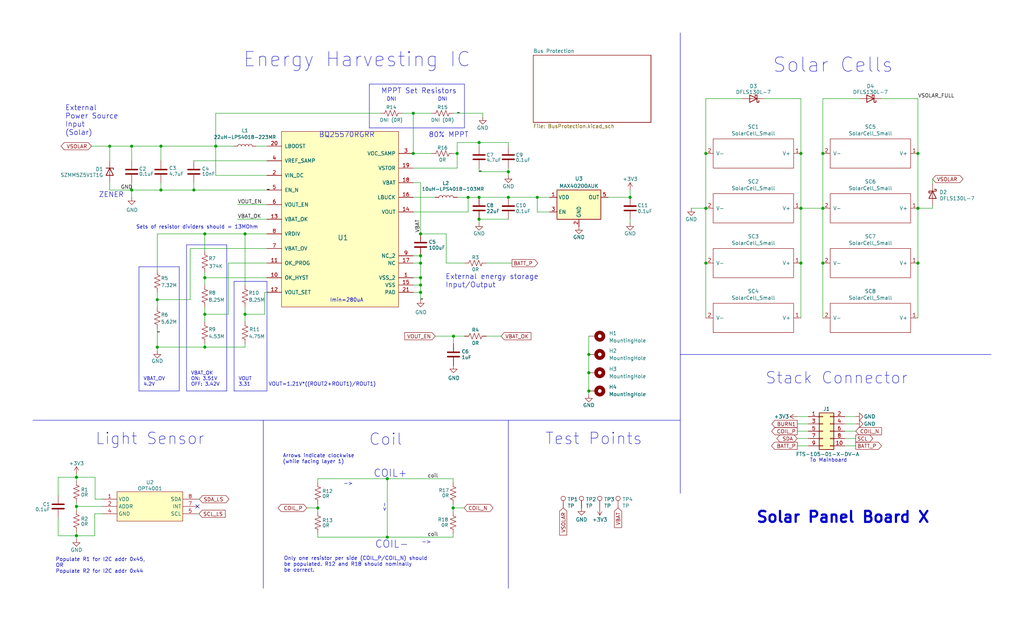
<source format=kicad_sch>
(kicad_sch (version 20230121) (generator eeschema)
  (paper "USLegal")
  (title_block (title "PyCubed Mini") (date "2023-06-18") (rev "B3/03") (company "REx Lab Carnegie Mellon University") (comment 1 "Z.Manchester") (comment 2 "N.Khera") (comment 3 "M.Holliday"))
  (lib_symbols
    (symbol "Analog_Switch:MAX40200AUK"
      (property "Reference" "U" (at -6.35 6.35 0))
      (property "Value" "MAX40200AUK" (at 7.62 6.35 0))
      (symbol "MAX40200AUK_1_1"
        (rectangle (start -7.62 -5.08) (end 7.62 5.08) (stroke (width 0.254)) (fill (type background)))
        (pin power_in line (at -10.16 2.54 0) (length 2.54) (name "VDD") (number "1"))
        (pin power_in line (at 0 -7.62 90) (length 2.54) (name "GND") (number "2"))
        (pin input line (at -10.16 -2.54 0) (length 2.54) (name "EN") (number "3"))
        (pin no_connect line (at 7.62 -2.54 180) (length 2.54) hide (name "NC") (number "4"))
        (pin passive line (at 10.16 2.54 180) (length 2.54) (name "OUT") (number "5"))
      )
    )
    (symbol "Connector:TestPoint" (pin_numbers hide) (pin_names (offset 0.762) hide)
      (property "Reference" "TP" (at 0 6.858 0))
      (property "Value" "TestPoint" (at 0 5.08 0))
      (symbol "TestPoint_0_1"
        (circle (center 0 3.302) (radius 0.762))
      )
      (symbol "TestPoint_1_1"
        (pin passive line (at 0 0 90) (length 2.54) (name "1") (number "1"))
      )
    )
    (symbol "Connector_Generic:Conn_02x05_Odd_Even" (pin_names (offset 1.016) hide)
      (property "Reference" "J" (at 1.27 7.62 0))
      (property "Value" "Conn_02x05_Odd_Even" (at 1.27 -7.62 0))
      (symbol "Conn_02x05_Odd_Even_1_1"
        (rectangle (start -1.27 -4.953) (end 0 -5.207) (stroke (width 0.1524)))
        (rectangle (start -1.27 -2.413) (end 0 -2.667) (stroke (width 0.1524)))
        (rectangle (start -1.27 0.127) (end 0 -0.127) (stroke (width 0.1524)))
        (rectangle (start -1.27 2.667) (end 0 2.413) (stroke (width 0.1524)))
        (rectangle (start -1.27 5.207) (end 0 4.953) (stroke (width 0.1524)))
        (rectangle (start -1.27 6.35) (end 3.81 -6.35) (stroke (width 0.254)) (fill (type background)))
        (rectangle (start 3.81 -4.953) (end 2.54 -5.207) (stroke (width 0.1524)))
        (rectangle (start 3.81 -2.413) (end 2.54 -2.667) (stroke (width 0.1524)))
        (rectangle (start 3.81 0.127) (end 2.54 -0.127) (stroke (width 0.1524)))
        (rectangle (start 3.81 2.667) (end 2.54 2.413) (stroke (width 0.1524)))
        (rectangle (start 3.81 5.207) (end 2.54 4.953) (stroke (width 0.1524)))
        (pin passive line (at -5.08 5.08 0) (length 3.81) (name "Pin_1") (number "1"))
        (pin passive line (at 7.62 -5.08 180) (length 3.81) (name "Pin_10") (number "10"))
        (pin passive line (at 7.62 5.08 180) (length 3.81) (name "Pin_2") (number "2"))
        (pin passive line (at -5.08 2.54 0) (length 3.81) (name "Pin_3") (number "3"))
        (pin passive line (at 7.62 2.54 180) (length 3.81) (name "Pin_4") (number "4"))
        (pin passive line (at -5.08 0 0) (length 3.81) (name "Pin_5") (number "5"))
        (pin passive line (at 7.62 0 180) (length 3.81) (name "Pin_6") (number "6"))
        (pin passive line (at -5.08 -2.54 0) (length 3.81) (name "Pin_7") (number "7"))
        (pin passive line (at 7.62 -2.54 180) (length 3.81) (name "Pin_8") (number "8"))
        (pin passive line (at -5.08 -5.08 0) (length 3.81) (name "Pin_9") (number "9"))
      )
    )
    (symbol "Device:C" (pin_numbers hide) (pin_names (offset 0.254))
      (property "Reference" "C" (at 0.635 2.54 0))
      (property "Value" "C" (at 0.635 -2.54 0))
      (symbol "C_0_1"
        (polyline (pts (xy -2.032 -0.762) (xy 2.032 -0.762)) (stroke (width 0.508)))
        (polyline (pts (xy -2.032 0.762) (xy 2.032 0.762)) (stroke (width 0.508)))
      )
      (symbol "C_1_1"
        (pin passive line (at 0 3.81 270) (length 2.794) (name "~") (number "1"))
        (pin passive line (at 0 -3.81 90) (length 2.794) (name "~") (number "2"))
      )
    )
    (symbol "Device:D_Schottky" (pin_numbers hide) (pin_names (offset 1.016) hide)
      (property "Reference" "D" (at 0 2.54 0))
      (property "Value" "D_Schottky" (at 0 -2.54 0))
      (symbol "D_Schottky_0_1"
        (polyline (pts (xy 1.27 0) (xy -1.27 0)))
        (polyline (pts (xy 1.27 1.27) (xy 1.27 -1.27) (xy -1.27 0) (xy 1.27 1.27)) (stroke (width 0.254)))
        (polyline (pts (xy -1.905 0.635) (xy -1.905 1.27) (xy -1.27 1.27) (xy -1.27 -1.27) (xy -0.635 -1.27) (xy -0.635 -0.635)) (stroke (width 0.254)))
      )
      (symbol "D_Schottky_1_1"
        (pin passive line (at -3.81 0 0) (length 2.54) (name "K") (number "1"))
        (pin passive line (at 3.81 0 180) (length 2.54) (name "A") (number "2"))
      )
    )
    (symbol "Device:L" (pin_numbers hide) (pin_names (offset 1.016) hide)
      (property "Reference" "L" (at -1.27 0 90))
      (property "Value" "L" (at 1.905 0 90))
      (symbol "L_0_1"
        (arc (start 0 -2.54) (mid 0.6323 -1.905) (end 0 -1.27))
        (arc (start 0 -1.27) (mid 0.6323 -0.635) (end 0 0))
        (arc (start 0 0) (mid 0.6323 0.635) (end 0 1.27))
        (arc (start 0 1.27) (mid 0.6323 1.905) (end 0 2.54))
      )
      (symbol "L_1_1"
        (pin passive line (at 0 3.81 270) (length 1.27) (name "1") (number "1"))
        (pin passive line (at 0 -3.81 90) (length 1.27) (name "2") (number "2"))
      )
    )
    (symbol "Device:R_US" (pin_numbers hide) (pin_names (offset 0))
      (property "Reference" "R" (at 2.54 0 90))
      (property "Value" "R_US" (at -2.54 0 90))
      (symbol "R_US_0_1"
        (polyline (pts (xy 0 -2.286) (xy 0 -2.54)))
        (polyline (pts (xy 0 2.286) (xy 0 2.54)))
        (polyline (pts (xy 0 -0.762) (xy 1.016 -1.143) (xy 0 -1.524) (xy -1.016 -1.905) (xy 0 -2.286)))
        (polyline (pts (xy 0 0.762) (xy 1.016 0.381) (xy 0 0) (xy -1.016 -0.381) (xy 0 -0.762)))
        (polyline (pts (xy 0 2.286) (xy 1.016 1.905) (xy 0 1.524) (xy -1.016 1.143) (xy 0 0.762)))
      )
      (symbol "R_US_1_1"
        (pin passive line (at 0 3.81 270) (length 1.27) (name "~") (number "1"))
        (pin passive line (at 0 -3.81 90) (length 1.27) (name "~") (number "2"))
      )
    )
    (symbol "Diode:Z1SMAxxx" (pin_numbers hide) (pin_names hide)
      (property "Reference" "D" (at 0 2.54 0))
      (property "Value" "Z1SMAxxx" (at 0 -2.54 0))
      (symbol "Z1SMAxxx_0_1"
        (polyline (pts (xy 1.27 0) (xy -1.27 0)))
        (polyline (pts (xy -1.27 -1.27) (xy -1.27 1.27) (xy -0.762 1.27)) (stroke (width 0.254)))
        (polyline (pts (xy 1.27 -1.27) (xy 1.27 1.27) (xy -1.27 0) (xy 1.27 -1.27)) (stroke (width 0.254)))
      )
      (symbol "Z1SMAxxx_1_1"
        (pin passive line (at -3.81 0 0) (length 2.54) (name "K") (number "1"))
        (pin passive line (at 3.81 0 180) (length 2.54) (name "A") (number "2"))
      )
    )
    (symbol "Mechanical:MountingHole_Pad" (pin_numbers hide) (pin_names (offset 1.016) hide)
      (property "Reference" "H" (at 0 6.35 0))
      (property "Value" "MountingHole_Pad" (at 0 4.445 0))
      (symbol "MountingHole_Pad_0_1"
        (circle (center 0 1.27) (radius 1.27) (stroke (width 1.27)))
      )
      (symbol "MountingHole_Pad_1_1"
        (pin input line (at 0 -2.54 90) (length 2.54) (name "1") (number "1"))
      )
    )
    (symbol "power:+3V3" (power) (pin_names (offset 0))
      (property "Value" "+3V3" (at 0 3.556 0))
      (symbol "+3V3_0_1"
        (polyline (pts (xy -0.762 1.27) (xy 0 2.54)))
        (polyline (pts (xy 0 0) (xy 0 2.54)))
        (polyline (pts (xy 0 2.54) (xy 0.762 1.27)))
      )
      (symbol "+3V3_1_1"
        (pin power_in line (at 0 0 90) (length 0) hide (name "+3V3") (number "1"))
      )
    )
    (symbol "power:GND" (power) (pin_names (offset 0))
      (property "Value" "GND" (at 0 -3.81 0))
      (symbol "GND_0_1"
        (polyline (pts (xy 0 0) (xy 0 -1.27) (xy 1.27 -1.27) (xy 0 -2.54) (xy -1.27 -1.27) (xy 0 -1.27)))
      )
      (symbol "GND_1_1"
        (pin power_in line (at 0 0 270) (length 0) hide (name "GND") (number "1"))
      )
    )
    (symbol "solarpanels:BQ25570RGRR" (pin_names (offset 1.016))
      (property "Reference" "U" (at 0 3.81 0))
      (property "Value" "BQ25570RGRR" (at 0 0 0))
      (symbol "BQ25570RGRR_0_1"
        (rectangle (start -20.32 30.48) (end 20.32 -30.48) (fill (type background)))
      )
      (symbol "BQ25570RGRR_1_0"
        (pin power_in line (at 25.4 -20.32 180) (length 5.08) (name "VSS_2") (number "1"))
        (pin input line (at -25.4 -20.32 0) (length 5.08) (name "OK_HYST") (number "10"))
        (pin input line (at -25.4 -15.24 0) (length 5.08) (name "OK_PROG") (number "11"))
        (pin input line (at -25.4 -25.4 0) (length 5.08) (name "VOUT_SET") (number "12"))
        (pin output line (at -25.4 0 0) (length 5.08) (name "VBAT_OK") (number "13"))
        (pin power_in line (at 25.4 2.54 180) (length 5.08) (name "VOUT") (number "14"))
        (pin power_in line (at 25.4 -22.86 180) (length 5.08) (name "VSS") (number "15"))
        (pin passive line (at 25.4 7.62 180) (length 5.08) (name "LBUCK") (number "16"))
        (pin passive line (at 25.4 -15.24 180) (length 5.08) (name "NC") (number "17"))
        (pin bidirectional line (at 25.4 12.7 180) (length 5.08) (name "VBAT") (number "18"))
        (pin power_in line (at 25.4 17.78 180) (length 5.08) (name "VSTOR") (number "19"))
        (pin power_in line (at -25.4 15.24 0) (length 5.08) (name "VIN_DC") (number "2"))
        (pin input line (at -25.4 25.4 0) (length 5.08) (name "LBOOST") (number "20"))
        (pin power_in line (at 25.4 -25.4 180) (length 5.08) (name "PAD") (number "21"))
        (pin input line (at 25.4 22.86 180) (length 5.08) (name "VOC_SAMP") (number "3"))
        (pin input line (at -25.4 20.32 0) (length 5.08) (name "VREF_SAMP") (number "4"))
        (pin input line (at -25.4 10.16 0) (length 5.08) (name "EN_N") (number "5"))
        (pin input line (at -25.4 5.08 0) (length 5.08) (name "VOUT_EN") (number "6"))
        (pin input line (at -25.4 -10.16 0) (length 5.08) (name "VBAT_OV") (number "7"))
        (pin output line (at -25.4 -5.08 0) (length 5.08) (name "VRDIV") (number "8"))
        (pin power_in line (at 25.4 -12.7 180) (length 5.08) (name "NC_2") (number "9"))
      )
    )
    (symbol "solarpanels:OPT4001"
      (property "Reference" "U" (at 0 8.255 0))
      (property "Value" "OPT4001" (at 0 6.223 0))
      (symbol "OPT4001_0_0"
        (pin unspecified line (at -16.51 2.54 0) (length 5.08) (name "VDD") (number "1"))
        (pin unspecified line (at -16.51 0 0) (length 5.08) (name "ADDR") (number "2"))
      )
      (symbol "OPT4001_0_1"
        (polyline (pts (xy -11.43 5.08) (xy 11.43 5.08) (xy 11.43 -5.08) (xy -11.43 -5.08) (xy -11.43 5.08)) (stroke (width 0.1524)) (fill (type background)))
      )
      (symbol "OPT4001_1_0"
        (pin no_connect line (at 0 -10.16 90) (length 5.08) hide (name "NC") (number "3"))
        (pin unspecified line (at -16.51 -2.54 0) (length 5.08) (name "GND") (number "4"))
        (pin unspecified line (at 16.51 -2.54 180) (length 5.08) (name "SCL") (number "5"))
        (pin no_connect line (at 0 -10.16 90) (length 5.08) hide (name "NC") (number "6"))
        (pin unspecified line (at 16.51 0 180) (length 5.08) (name "INT") (number "7"))
        (pin unspecified line (at 16.51 2.54 180) (length 5.08) (name "SDA") (number "8"))
      )
    )
    (symbol "solarpanels:SolarCell_Small" (pin_names (offset 1.016))
      (property "Reference" "SC" (at 0 -1.27 0))
      (property "Value" "SolarCell_Small" (at 0 1.27 0))
      (symbol "SolarCell_Small_0_1"
        (rectangle (start -13.97 -5.08) (end 13.97 5.08))
      )
      (symbol "SolarCell_Small_1_1"
        (pin bidirectional line (at -16.51 0 0) (length 2.54) (name "V+") (number "1"))
        (pin bidirectional line (at 16.51 0 180) (length 2.54) (name "V-") (number "2"))
      )
    )
  )
  (junction (at 38.1 50.8))
  (junction (at 166.37 49.53))
  (junction (at 26.543 186.182))
  (junction (at 54.61 104.14))
  (junction (at 143.51 53.34))
  (junction (at 245.11 91.44))
  (junction (at 45.72 66.04))
  (junction (at 146.05 88.9))
  (junction (at 110.363 176.53))
  (junction (at 204.47 123.19))
  (junction (at 26.543 165.862))
  (junction (at 71.12 109.22))
  (junction (at 157.353 176.53))
  (junction (at 74.93 50.8))
  (junction (at 285.75 72.39))
  (junction (at 26.543 176.022))
  (junction (at 85.09 81.28))
  (junction (at 318.77 91.44))
  (junction (at 54.61 120.65))
  (junction (at 85.09 109.22))
  (junction (at 162.56 68.58))
  (junction (at 71.12 96.52))
  (junction (at 176.53 59.69))
  (junction (at 55.88 50.8))
  (junction (at 245.11 53.34))
  (junction (at 285.75 53.34))
  (junction (at 146.05 81.28))
  (junction (at 146.05 96.52))
  (junction (at 186.563 68.58))
  (junction (at 146.05 101.6))
  (junction (at 71.12 120.65))
  (junction (at 143.51 39.37))
  (junction (at 245.11 72.39))
  (junction (at 278.13 72.39))
  (junction (at 285.75 91.44))
  (junction (at 218.821 68.58))
  (junction (at 157.48 116.84))
  (junction (at 134.493 166.37))
  (junction (at 318.77 72.39))
  (junction (at 158.75 53.34))
  (junction (at 146.05 99.06))
  (junction (at 166.37 76.2))
  (junction (at 67.31 66.04))
  (junction (at 55.88 66.04))
  (junction (at 278.13 91.44))
  (junction (at 318.77 53.34))
  (junction (at 278.13 53.34))
  (junction (at 134.493 186.69))
  (junction (at 204.47 129.54))
  (junction (at 204.47 135.89))
  (junction (at 176.53 68.58))
  (junction (at 71.12 81.28))
  (junction (at 45.72 50.8))
  (junction (at 146.05 91.44))
  (junction (at 166.37 68.58))
  (no_connect (at 68.58 176.022))
  (wire (pts (xy 143.51 101.6) (xy 146.05 101.6)))
  (wire (pts (xy 26.543 176.022) (xy 26.543 177.292)))
  (wire (pts (xy 38.1 63.5) (xy 38.1 66.04)))
  (wire (pts (xy 190.881 73.66) (xy 186.563 73.66)))
  (wire (pts (xy 245.11 91.44) (xy 245.11 72.39)))
  (wire (pts (xy 146.05 91.44) (xy 146.05 88.9)))
  (polyline (pts (xy 78.74 85.09) (xy 78.74 135.89)))
  (wire (pts (xy 71.12 106.68) (xy 71.12 109.22)))
  (wire (pts (xy 218.821 76.2) (xy 218.821 77.47)))
  (wire (pts (xy 278.13 34.29) (xy 265.43 34.29)))
  (wire (pts (xy 110.363 175.26) (xy 110.363 176.53)))
  (polyline (pts (xy 81.28 97.79) (xy 92.71 97.79)))
  (wire (pts (xy 204.47 123.19) (xy 204.47 129.54)))
  (wire (pts (xy 85.09 119.38) (xy 85.09 120.65)))
  (wire (pts (xy 146.05 81.28) (xy 146.05 63.5)))
  (polyline (pts (xy 92.71 97.79) (xy 92.71 135.89)))
  (wire (pts (xy 204.47 137.16) (xy 204.47 135.89)))
  (wire (pts (xy 79.248 91.44) (xy 92.71 91.44)))
  (wire (pts (xy 54.61 120.65) (xy 71.12 120.65)))
  (wire (pts (xy 285.75 91.44) (xy 285.75 110.49)))
  (wire (pts (xy 158.75 53.34) (xy 158.75 58.42)))
  (wire (pts (xy 157.48 39.37) (xy 167.64 39.37)))
  (wire (pts (xy 82.55 76.2) (xy 92.71 76.2)))
  (wire (pts (xy 139.7 39.37) (xy 143.51 39.37)))
  (wire (pts (xy 176.53 60.96) (xy 176.53 59.69)))
  (wire (pts (xy 143.51 99.06) (xy 146.05 99.06)))
  (wire (pts (xy 245.11 34.29) (xy 245.11 53.34)))
  (wire (pts (xy 176.53 58.42) (xy 176.53 59.69)))
  (wire (pts (xy 323.85 72.39) (xy 323.85 71.501)))
  (wire (pts (xy 110.363 185.42) (xy 110.363 186.69)))
  (wire (pts (xy 45.72 50.8) (xy 55.88 50.8)))
  (wire (pts (xy 318.77 72.39) (xy 323.85 72.39)))
  (wire (pts (xy 318.77 34.29) (xy 318.77 53.34)))
  (polyline (pts (xy 92.71 135.89) (xy 81.28 135.89)))
  (wire (pts (xy 146.05 104.14) (xy 146.05 101.6)))
  (wire (pts (xy 85.09 81.28) (xy 85.09 99.06)))
  (wire (pts (xy 151.13 116.84) (xy 157.48 116.84)))
  (wire (pts (xy 134.493 166.37) (xy 157.353 166.37)))
  (wire (pts (xy 166.37 76.2) (xy 176.53 76.2)))
  (wire (pts (xy 20.193 172.212) (xy 20.193 165.862)))
  (polyline (pts (xy 176.53 146.05) (xy 176.53 204.47)))
  (polyline (pts (xy 64.77 135.89) (xy 64.77 85.09)))
  (polyline (pts (xy 236.22 11.43) (xy 236.22 171.45)))
  (wire (pts (xy 74.93 50.8) (xy 74.93 60.96)))
  (wire (pts (xy 134.493 186.69) (xy 157.353 186.69)))
  (wire (pts (xy 26.543 186.182) (xy 32.893 186.182)))
  (wire (pts (xy 74.93 39.37) (xy 74.93 50.8)))
  (wire (pts (xy 285.75 72.39) (xy 278.13 72.39)))
  (polyline (pts (xy 161.29 44.45) (xy 128.27 44.45)))
  (wire (pts (xy 166.37 58.42) (xy 166.37 59.69)))
  (wire (pts (xy 32.893 186.182) (xy 32.893 178.562)))
  (polyline (pts (xy 91.44 146.05) (xy 91.44 204.47)))
  (wire (pts (xy 20.193 165.862) (xy 26.543 165.862)))
  (wire (pts (xy 32.893 178.562) (xy 35.56 178.562)))
  (wire (pts (xy 67.31 66.04) (xy 67.31 63.5)))
  (polyline (pts (xy 161.29 29.21) (xy 161.29 44.45)))
  (wire (pts (xy 276.86 154.94) (xy 280.67 154.94)))
  (wire (pts (xy 54.61 114.3) (xy 54.61 120.65)))
  (wire (pts (xy 204.47 116.84) (xy 204.47 123.19)))
  (wire (pts (xy 257.81 34.29) (xy 245.11 34.29)))
  (wire (pts (xy 211.201 68.58) (xy 218.821 68.58)))
  (wire (pts (xy 55.88 66.04) (xy 67.31 66.04)))
  (wire (pts (xy 158.75 68.58) (xy 162.56 68.58)))
  (wire (pts (xy 146.05 88.9) (xy 143.51 88.9)))
  (wire (pts (xy 297.18 147.32) (xy 293.37 147.32)))
  (wire (pts (xy 276.86 147.32) (xy 280.67 147.32)))
  (wire (pts (xy 71.12 119.38) (xy 71.12 120.65)))
  (wire (pts (xy 92.71 55.88) (xy 67.31 55.88)))
  (wire (pts (xy 278.13 72.39) (xy 278.13 91.44)))
  (wire (pts (xy 285.75 53.34) (xy 285.75 72.39)))
  (wire (pts (xy 146.05 99.06) (xy 146.05 96.52)))
  (wire (pts (xy 276.86 152.4) (xy 280.67 152.4)))
  (wire (pts (xy 168.91 116.84) (xy 173.99 116.84)))
  (wire (pts (xy 55.88 50.8) (xy 55.88 55.88)))
  (wire (pts (xy 71.12 94.742) (xy 71.12 96.52)))
  (wire (pts (xy 285.75 34.29) (xy 285.75 53.34)))
  (wire (pts (xy 55.88 50.8) (xy 74.93 50.8)))
  (wire (pts (xy 71.12 81.28) (xy 54.61 81.28)))
  (wire (pts (xy 26.543 184.912) (xy 26.543 186.182)))
  (wire (pts (xy 161.163 176.53) (xy 157.353 176.53)))
  (wire (pts (xy 45.72 55.88) (xy 45.72 50.8)))
  (wire (pts (xy 157.353 185.42) (xy 157.353 186.69)))
  (wire (pts (xy 293.37 152.4) (xy 297.18 152.4)))
  (wire (pts (xy 143.51 53.34) (xy 143.51 39.37)))
  (wire (pts (xy 318.77 72.39) (xy 318.77 91.44)))
  (polyline (pts (xy 62.23 135.89) (xy 48.26 135.89)))
  (wire (pts (xy 33.02 173.482) (xy 35.56 173.482)))
  (polyline (pts (xy 128.27 29.21) (xy 161.29 29.21)))
  (wire (pts (xy 91.948 109.22) (xy 91.948 101.6)))
  (wire (pts (xy 74.93 50.8) (xy 81.28 50.8)))
  (wire (pts (xy 74.93 60.96) (xy 92.71 60.96)))
  (polyline (pts (xy 62.23 92.71) (xy 62.23 135.89)))
  (wire (pts (xy 54.61 121.92) (xy 54.61 120.65)))
  (wire (pts (xy 85.09 81.28) (xy 92.71 81.28)))
  (wire (pts (xy 38.1 55.88) (xy 38.1 50.8)))
  (wire (pts (xy 26.543 164.719) (xy 26.543 165.862)))
  (wire (pts (xy 166.37 50.8) (xy 166.37 49.53)))
  (wire (pts (xy 166.37 59.69) (xy 176.53 59.69)))
  (wire (pts (xy 33.02 165.862) (xy 26.543 165.862)))
  (wire (pts (xy 66.04 104.14) (xy 66.04 86.36)))
  (wire (pts (xy 110.363 166.37) (xy 134.493 166.37)))
  (wire (pts (xy 158.75 49.53) (xy 166.37 49.53)))
  (wire (pts (xy 293.37 149.86) (xy 297.18 149.86)))
  (wire (pts (xy 278.13 53.34) (xy 278.13 72.39)))
  (wire (pts (xy 146.05 101.6) (xy 146.05 99.06)))
  (wire (pts (xy 167.64 39.37) (xy 167.64 40.64)))
  (wire (pts (xy 55.88 63.5) (xy 55.88 66.04)))
  (wire (pts (xy 146.05 96.52) (xy 146.05 91.44)))
  (wire (pts (xy 154.94 91.44) (xy 154.94 81.28)))
  (polyline (pts (xy 81.28 135.89) (xy 81.28 97.79)))
  (wire (pts (xy 82.55 71.12) (xy 92.71 71.12)))
  (polyline (pts (xy 78.74 135.89) (xy 64.77 135.89)))
  (wire (pts (xy 110.363 166.37) (xy 110.363 167.64)))
  (wire (pts (xy 157.48 119.38) (xy 157.48 116.84)))
  (wire (pts (xy 54.61 104.14) (xy 66.04 104.14)))
  (wire (pts (xy 154.94 91.44) (xy 161.29 91.44)))
  (wire (pts (xy 162.56 73.66) (xy 162.56 68.58)))
  (wire (pts (xy 298.45 34.29) (xy 285.75 34.29)))
  (wire (pts (xy 166.37 76.2) (xy 166.37 77.47)))
  (wire (pts (xy 92.71 66.04) (xy 67.31 66.04)))
  (wire (pts (xy 157.48 53.34) (xy 158.75 53.34)))
  (wire (pts (xy 71.12 120.65) (xy 85.09 120.65)))
  (wire (pts (xy 278.13 91.44) (xy 278.13 110.49)))
  (wire (pts (xy 218.821 66.04) (xy 218.821 68.58)))
  (wire (pts (xy 85.09 106.68) (xy 85.09 109.22)))
  (wire (pts (xy 106.553 176.53) (xy 110.363 176.53)))
  (wire (pts (xy 157.353 166.37) (xy 157.353 167.64)))
  (polyline (pts (xy 48.26 92.71) (xy 62.23 92.71)))
  (wire (pts (xy 31.75 50.8) (xy 38.1 50.8)))
  (wire (pts (xy 68.58 173.482) (xy 69.215 173.482)))
  (wire (pts (xy 204.47 129.54) (xy 204.47 135.89)))
  (wire (pts (xy 285.75 72.39) (xy 285.75 91.44)))
  (wire (pts (xy 318.77 53.34) (xy 318.77 72.39)))
  (wire (pts (xy 166.37 49.53) (xy 176.53 49.53)))
  (polyline (pts (xy 64.77 85.09) (xy 78.74 85.09)))
  (wire (pts (xy 162.56 68.58) (xy 166.37 68.58)))
  (wire (pts (xy 71.12 109.22) (xy 79.248 109.22)))
  (wire (pts (xy 143.51 68.58) (xy 151.13 68.58)))
  (wire (pts (xy 176.53 68.58) (xy 186.563 68.58)))
  (wire (pts (xy 245.11 110.49) (xy 245.11 91.44)))
  (wire (pts (xy 71.12 96.52) (xy 71.12 99.06)))
  (wire (pts (xy 38.1 66.04) (xy 45.72 66.04)))
  (wire (pts (xy 85.09 81.28) (xy 71.12 81.28)))
  (wire (pts (xy 33.02 165.862) (xy 33.02 173.482)))
  (wire (pts (xy 186.563 68.58) (xy 190.881 68.58)))
  (wire (pts (xy 85.09 109.22) (xy 85.09 111.76)))
  (wire (pts (xy 26.543 174.752) (xy 26.543 176.022)))
  (wire (pts (xy 38.1 50.8) (xy 45.72 50.8)))
  (wire (pts (xy 318.77 91.44) (xy 318.77 110.49)))
  (wire (pts (xy 91.948 101.6) (xy 92.71 101.6)))
  (wire (pts (xy 245.11 72.39) (xy 240.03 72.39)))
  (wire (pts (xy 158.75 58.42) (xy 143.51 58.42)))
  (wire (pts (xy 88.9 50.8) (xy 92.71 50.8)))
  (wire (pts (xy 45.72 66.04) (xy 55.88 66.04)))
  (wire (pts (xy 280.67 144.78) (xy 276.86 144.78)))
  (wire (pts (xy 54.61 104.14) (xy 54.61 106.68)))
  (wire (pts (xy 26.543 165.862) (xy 26.543 167.132)))
  (wire (pts (xy 276.86 149.86) (xy 280.67 149.86)))
  (wire (pts (xy 54.61 81.28) (xy 54.61 93.98)))
  (wire (pts (xy 168.91 91.44) (xy 177.8 91.44)))
  (wire (pts (xy 297.18 154.94) (xy 293.37 154.94)))
  (wire (pts (xy 71.12 81.28) (xy 71.12 87.122)))
  (wire (pts (xy 134.493 166.37) (xy 134.493 186.69)))
  (polyline (pts (xy 236.22 123.19) (xy 344.17 123.19)))
  (wire (pts (xy 157.353 176.53) (xy 157.353 177.8)))
  (wire (pts (xy 26.543 176.022) (xy 35.56 176.022)))
  (wire (pts (xy 110.363 176.53) (xy 110.363 177.8)))
  (wire (pts (xy 278.13 53.34) (xy 278.13 34.29)))
  (wire (pts (xy 143.51 39.37) (xy 149.86 39.37)))
  (wire (pts (xy 74.93 39.37) (xy 132.08 39.37)))
  (wire (pts (xy 143.51 73.66) (xy 162.56 73.66)))
  (polyline (pts (xy 48.26 135.89) (xy 48.26 92.71)))
  (wire (pts (xy 54.61 101.6) (xy 54.61 104.14)))
  (wire (pts (xy 20.193 186.182) (xy 26.543 186.182)))
  (wire (pts (xy 143.51 91.44) (xy 146.05 91.44)))
  (wire (pts (xy 71.12 109.22) (xy 71.12 111.76)))
  (wire (pts (xy 176.53 50.8) (xy 176.53 49.53)))
  (wire (pts (xy 157.48 116.84) (xy 161.29 116.84)))
  (wire (pts (xy 26.543 187.325) (xy 26.543 186.182)))
  (wire (pts (xy 245.11 72.39) (xy 245.11 53.34)))
  (wire (pts (xy 157.353 175.26) (xy 157.353 176.53)))
  (polyline (pts (xy 11.43 146.05) (xy 236.22 146.05)))
  (wire (pts (xy 323.85 62.23) (xy 323.85 63.881)))
  (wire (pts (xy 306.07 34.29) (xy 318.77 34.29)))
  (wire (pts (xy 186.563 73.66) (xy 186.563 68.58)))
  (wire (pts (xy 158.75 49.53) (xy 158.75 53.34)))
  (wire (pts (xy 154.94 81.28) (xy 146.05 81.28)))
  (wire (pts (xy 45.72 63.5) (xy 45.72 66.04)))
  (wire (pts (xy 297.18 144.78) (xy 293.37 144.78)))
  (wire (pts (xy 71.12 96.52) (xy 92.71 96.52)))
  (wire (pts (xy 110.363 186.69) (xy 134.493 186.69)))
  (wire (pts (xy 45.72 66.04) (xy 45.72 68.58)))
  (wire (pts (xy 68.58 178.562) (xy 69.088 178.562)))
  (wire (pts (xy 20.193 179.832) (xy 20.193 186.182)))
  (wire (pts (xy 143.51 53.34) (xy 149.86 53.34)))
  (wire (pts (xy 79.248 109.22) (xy 79.248 91.44)))
  (wire (pts (xy 143.51 96.52) (xy 146.05 96.52)))
  (wire (pts (xy 85.09 109.22) (xy 91.948 109.22)))
  (polyline (pts (xy 128.27 44.45) (xy 128.27 29.21)))
  (wire (pts (xy 66.04 86.36) (xy 92.71 86.36)))
  (wire (pts (xy 166.37 68.58) (xy 176.53 68.58)))
  (wire (pts (xy 146.05 63.5) (xy 143.51 63.5)))
  (text "80% MPPT " (at 148.844 48.006 0) (effects (font (size 1.778 1.778)) (justify left bottom)))
  (text "DNI" (at 152.019 35.306 0) (effects (font (size 1.27 1.27)) (justify left bottom)))
  (text "Populate R1 for I2C addr 0x45, \nOR\nPopulate R2 for I2C addr 0x44" (at 19.304 199.39 0) (effects (font (size 1.27 1.27)) (justify left bottom)))
  (text "Solar Cells\n" (at 268.224 25.654 0) (effects (font (size 5 5)) (justify left bottom)))
  (text "External\nPower Source\nInput\n(Solar)" (at 22.606 47.244 0) (effects (font (size 1.778 1.778)) (justify left bottom)))
  (text "Only one resistor per side (COIL_P/COIL_N) should \nbe populated. R12 and R18 should nominally \nbe correct." (at 98.552 199.009 0) (effects (font (size 1.27 1.27)) (justify left bottom)))
  (text "Stack Connector\n" (at 265.684 133.858 0) (effects (font (size 4 4)) (justify left bottom)))
  (text "VOUT\n3.31" (at 82.804 134.366 0) (effects (font (size 1.2 1.2)) (justify left bottom)))
  (text "->" (at 149.733 189.23 0) (effects (font (size 1.27 1.27)) (justify right bottom)))
  (text "Energy Harvesting IC" (at 84.328 23.749 0) (effects (font (size 5 5)) (justify left bottom)))
  (text "MPPT Set Resistors " (at 132.334 32.766 0) (effects (font (size 1.778 1.778)) (justify left bottom)))
  (text "Arrows indicate clockwise\n(while facing layer 1)" (at 98.171 161.29 0) (effects (font (size 1.27 1.27)) (justify left bottom)))
  (text "<-" (at 134.239 178.054 90) (effects (font (size 1.27 1.27)) (justify left bottom)))
  (text "Test Points" (at 189.23 154.94 0) (effects (font (size 4 4)) (justify left bottom)))
  (text "External energy storage\nInput/Output" (at 154.686 100.203 0) (effects (font (size 1.778 1.778)) (justify left bottom)))
  (text "COIL+" (at 129.667 166.116 0) (effects (font (size 2.54 2.54)) (justify left bottom)))
  (text "BQ25570RGRR" (at 110.744 48.006 0) (effects (font (size 1.778 1.778)) (justify left bottom)))
  (text "DNI" (at 134.239 35.306 0) (effects (font (size 1.27 1.27)) (justify left bottom)))
  (text "Light Sensor" (at 33.02 154.94 0) (effects (font (size 4 4)) (justify left bottom)))
  (text "Solar Panel Board X" (at 262.382 182.118 0) (effects (font (size 3.81 3.81) (thickness 0.762) bold) (justify left bottom)))
  (text "->" (at 119.253 168.91 0) (effects (font (size 1.27 1.27)) (justify left bottom)))
  (text "VOUT=1.21V*((ROUT2+ROUT1)/ROUT1)" (at 93.218 134.366 0) (effects (font (size 1.27 1.27)) (justify left bottom)))
  (text "VBAT_OV\n4.2V" (at 49.784 134.366 0) (effects (font (size 1.2 1.2)) (justify left bottom)))
  (text "VBAT_OK\nON: 3.51V\nOFF: 3.42V" (at 66.294 134.366 0) (effects (font (size 1.2 1.2)) (justify left bottom)))
  (text "COIL-" (at 130.175 190.754 0) (effects (font (size 2.54 2.54)) (justify left bottom)))
  (text "Sets of resistor dividers should = 13MOhm" (at 47.244 79.756 0) (effects (font (size 1.27 1.27)) (justify left bottom)))
  (text "Imin=280uA" (at 114.554 105.156 0) (effects (font (size 1.27 1.27)) (justify left bottom)))
  (text "ZENER" (at 34.29 68.834 0) (effects (font (size 1.778 1.778)) (justify left bottom)))
  (text "To Mainboard" (at 281.178 160.782 0) (effects (font (size 1.27 1.27)) (justify left bottom)))
  (text "Coil" (at 128.016 155.194 0) (effects (font (size 4 4)) (justify left bottom)))
  (label "GND" (at 158.75 39.37 0) (effects (font (size 0.254 0.254))))
  (label "coil" (at 148.463 186.69 0))
  (label "GND" (at 92.71 66.04 0) (effects (font (size 0.254 0.254))))
  (label "VBAT_OK" (at 82.55 76.2 0))
  (label "coil" (at 148.463 166.37 0))
  (label "VOUT_EN" (at 82.55 71.12 0))
  (label "VBAT" (at 146.05 76.2 270))
  (label "GND" (at 166.37 59.69 0) (effects (font (size 0.254 0.254))))
  (label "GND" (at 146.05 104.14 0) (effects (font (size 0.254 0.254))))
  (label "GND" (at 41.91 66.04 0))
  (label "GND" (at 54.61 115.57 0) (effects (font (size 0.254 0.254))))
  (label "VSOLAR_FULL" (at 318.77 34.29 0))
  (global_label "SDA_LS" (shape bidirectional) (at 69.215 173.482 0) (property "Intersheetrefs" "${INTERSHEET_REFS}" (effects hide)))
  (global_label "VBAT_OK" (shape input) (at 173.99 116.84 0) (property "Intersheetrefs" "${INTERSHEET_REFS}" (effects hide)))
  (global_label "VSOLAR" (shape bidirectional) (at 31.75 50.8 180) (property "Intersheetrefs" "${INTERSHEET_REFS}" (effects hide)))
  (global_label "BATT_P" (shape output) (at 177.8 91.44 0) (property "Intersheetrefs" "${INTERSHEET_REFS}" (effects hide)))
  (global_label "VOUT_EN" (shape input) (at 151.13 116.84 180) (property "Intersheetrefs" "${INTERSHEET_REFS}" (effects hide)))
  (global_label "VSOLAR" (shape bidirectional) (at 323.85 62.23 0) (property "Intersheetrefs" "${INTERSHEET_REFS}" (effects hide)))
  (global_label "BURN1" (shape output) (at 276.86 147.32 180) (property "Intersheetrefs" "${INTERSHEET_REFS}" (effects hide)))
  (global_label "COIL_N" (shape input) (at 297.18 149.86 0) (property "Intersheetrefs" "${INTERSHEET_REFS}" (effects hide)))
  (global_label "COIL_P" (shape bidirectional) (at 106.553 176.53 180) (property "Intersheetrefs" "${INTERSHEET_REFS}" (effects hide)))
  (global_label "SCL" (shape output) (at 297.18 152.4 0) (property "Intersheetrefs" "${INTERSHEET_REFS}" (effects hide)))
  (global_label "COIL_P" (shape output) (at 276.86 149.86 180) (property "Intersheetrefs" "${INTERSHEET_REFS}" (effects hide)))
  (global_label "BATT_P" (shape output) (at 276.86 154.94 180) (property "Intersheetrefs" "${INTERSHEET_REFS}" (effects hide)))
  (global_label "SCL_LS" (shape input) (at 69.088 178.562 0) (property "Intersheetrefs" "${INTERSHEET_REFS}" (effects hide)))
  (global_label "COIL_N" (shape bidirectional) (at 161.163 176.53 0) (property "Intersheetrefs" "${INTERSHEET_REFS}" (effects hide)))
  (global_label "VBAT" (shape input) (at 214.63 176.53 270) (property "Intersheetrefs" "${INTERSHEET_REFS}" (effects hide)))
  (global_label "VSOLAR" (shape input) (at 195.58 176.53 270) (property "Intersheetrefs" "${INTERSHEET_REFS}" (effects hide)))
  (global_label "BATT_P" (shape output) (at 297.18 154.94 0) (property "Intersheetrefs" "${INTERSHEET_REFS}" (effects hide)))
  (global_label "SDA" (shape bidirectional) (at 276.86 152.4 180) (property "Intersheetrefs" "${INTERSHEET_REFS}" (effects hide)))
  (symbol (lib_id "Device:C") (at 176.53 54.61 0) (unit 1)
    (property "Reference" "C9" (at 179.07 53.848 0) (effects (font (size 1.2 1.2)) (justify left)))
    (property "Value" "0.1uF" (at 179.07 55.626 0) (effects (font (size 1.2 1.2)) (justify left)))
    (property "Footprint" "Capacitor_SMD:C_0603_1608Metric" (effects hide))
  )
  (symbol (lib_id "Device:R_US") (at 85.09 115.57 180) (unit 1)
    (property "Reference" "R11" (at 88.392 113.792 0) (effects (font (size 1.2 1.2)) (justify bottom)))
    (property "Value" "4.75M" (at 89.154 117.602 0) (effects (font (size 1.2 1.2)) (justify top)))
    (property "Footprint" "Resistor_SMD:R_0603_1608Metric" (effects hide))
  )
  (symbol (lib_id "Device:R_US") (at 85.09 102.87 180) (unit 1)
    (property "Reference" "R10" (at 88.138 101.092 0) (effects (font (size 1.2 1.2)) (justify bottom)))
    (property "Value" "8.25M" (at 89.154 104.902 0) (effects (font (size 1.2 1.2)) (justify top)))
    (property "Footprint" "Resistor_SMD:R_0603_1608Metric" (effects hide))
  )
  (symbol (lib_id "Device:C") (at 218.821 72.39 0) (unit 1)
    (property "Reference" "C11" (at 221.361 71.374 0) (effects (font (size 1.2 1.2)) (justify left)))
    (property "Value" "0.1uF" (at 221.361 73.406 0) (effects (font (size 1.2 1.2)) (justify left)))
    (property "Footprint" "Capacitor_SMD:C_0603_1608Metric" (effects hide))
  )
  (symbol (lib_id "Device:R_US") (at 165.1 91.44 270) (unit 1)
    (property "Reference" "R3" (at 165.1 90.17 90) (effects (font (size 1.2 1.2)) (justify bottom)))
    (property "Value" "0R" (at 165.1 92.964 90) (effects (font (size 1.2 1.2)) (justify top)))
    (property "Footprint" "Resistor_SMD:R_0603_1608Metric" (effects hide))
  )
  (symbol (lib_id "Device:R_US") (at 54.61 110.49 180) (unit 1)
    (property "Reference" "R6" (at 57.15 108.712 0) (effects (font (size 1.2 1.2)) (justify bottom)))
    (property "Value" "5.62M" (at 58.674 112.522 0) (effects (font (size 1.2 1.2)) (justify top)))
    (property "Footprint" "Resistor_SMD:R_0603_1608Metric" (effects hide))
  )
  (symbol (lib_id "power:GND") (at 146.05 104.14 0) (unit 1)
    (property "Reference" "#PWR08" (effects hide))
    (property "Value" "GND" (at 146.177 108.5342 0))
  )
  (symbol (lib_id "power:GND") (at 54.61 121.92 0) (unit 1)
    (property "Reference" "#PWR04" (effects hide))
    (property "Value" "GND" (at 54.61 125.476 0))
  )
  (symbol (lib_id "power:GND") (at 45.72 68.58 0) (unit 1)
    (property "Reference" "#PWR03" (effects hide))
    (property "Value" "GND" (at 45.847 72.9742 0))
  )
  (symbol (lib_id "power:GND") (at 167.64 40.64 0) (unit 1)
    (property "Reference" "#PWR010" (effects hide))
    (property "Value" "GND" (at 167.64 44.45 0))
  )
  (symbol (lib_id "power:GND") (at 166.37 77.47 0) (unit 1)
    (property "Reference" "#PWR09" (effects hide))
    (property "Value" "GND" (at 166.37 81.153 0))
  )
  (symbol (lib_id "power:GND") (at 176.53 60.96 0) (unit 1)
    (property "Reference" "#PWR011" (effects hide))
    (property "Value" "GND" (at 176.53 64.77 0))
  )
  (symbol (lib_id "solarpanels:SolarCell_Small") (at 302.26 53.34 0) (mirror y) (unit 1)
    (property "Reference" "SC5" (at 302.26 44.069 0))
    (property "Value" "SolarCell_Small" (at 302.26 46.3804 0))
    (property "Footprint" "solarpanels:KXOB25-05X3F" (effects hide))
  )
  (symbol (lib_id "power:GND") (at 26.543 187.325 0) (unit 1)
    (property "Reference" "#PWR07" (effects hide))
    (property "Value" "GND" (at 26.543 191.135 0))
  )
  (symbol (lib_id "solarpanels:SolarCell_Small") (at 302.26 72.39 0) (mirror y) (unit 1)
    (property "Reference" "SC6" (at 302.26 63.119 0))
    (property "Value" "SolarCell_Small" (at 302.26 65.4304 0))
    (property "Footprint" "solarpanels:KXOB25-05X3F" (effects hide))
  )
  (symbol (lib_id "solarpanels:SolarCell_Small") (at 302.26 91.44 0) (mirror y) (unit 1)
    (property "Reference" "SC7" (at 302.26 82.169 0))
    (property "Value" "SolarCell_Small" (at 302.26 84.4804 0))
    (property "Footprint" "solarpanels:KXOB25-05X3F" (effects hide))
  )
  (symbol (lib_id "Device:R_US") (at 26.543 170.942 180) (unit 1)
    (property "Reference" "R1" (at 28.067 170.18 0) (effects (font (size 1.2 1.2)) (justify right)))
    (property "Value" "0R" (at 28.067 171.958 0) (effects (font (size 1.2 1.2)) (justify right)))
    (property "Footprint" "Resistor_SMD:R_0402_1005Metric" (effects hide))
  )
  (symbol (lib_id "solarpanels:SolarCell_Small") (at 302.26 110.49 0) (mirror y) (unit 1)
    (property "Reference" "SC8" (at 302.26 101.219 0))
    (property "Value" "SolarCell_Small" (at 302.26 103.5304 0))
    (property "Footprint" "solarpanels:KXOB25-05X3F" (effects hide))
  )
  (symbol (lib_id "solarpanels:SolarCell_Small") (at 261.62 53.34 0) (mirror y) (unit 1)
    (property "Reference" "SC1" (at 261.62 44.069 0))
    (property "Value" "SolarCell_Small" (at 261.62 46.3804 0))
    (property "Footprint" "solarpanels:KXOB25-05X3F" (effects hide))
  )
  (symbol (lib_id "solarpanels:SolarCell_Small") (at 261.62 72.39 0) (mirror y) (unit 1)
    (property "Reference" "SC2" (at 261.62 63.119 0))
    (property "Value" "SolarCell_Small" (at 261.62 65.4304 0))
    (property "Footprint" "solarpanels:KXOB25-05X3F" (effects hide))
  )
  (symbol (lib_id "solarpanels:SolarCell_Small") (at 261.62 91.44 0) (mirror y) (unit 1)
    (property "Reference" "SC3" (at 261.62 82.169 0))
    (property "Value" "SolarCell_Small" (at 261.62 84.4804 0))
    (property "Footprint" "solarpanels:KXOB25-05X3F" (effects hide))
  )
  (symbol (lib_id "solarpanels:SolarCell_Small") (at 261.62 110.49 0) (mirror y) (unit 1)
    (property "Reference" "SC4" (at 261.62 101.219 0))
    (property "Value" "SolarCell_Small" (at 261.62 103.5304 0))
    (property "Footprint" "solarpanels:KXOB25-05X3F" (effects hide))
  )
  (symbol (lib_id "Device:R_US") (at 26.543 181.102 180) (unit 1)
    (property "Reference" "R2" (at 28.067 180.34 0) (effects (font (size 1.2 1.2)) (justify right)))
    (property "Value" "0R" (at 28.067 182.118 0) (effects (font (size 1.2 1.2)) (justify right)))
    (property "Footprint" "Resistor_SMD:R_0402_1005Metric" (effects hide))
  )
  (symbol (lib_id "Device:C") (at 157.48 123.19 0) (unit 1)
    (property "Reference" "C6" (at 160.274 122.174 0) (effects (font (size 1.2 1.2)) (justify left)))
    (property "Value" "1uF" (at 160.274 124.206 0) (effects (font (size 1.2 1.2)) (justify left)))
    (property "Footprint" "Capacitor_SMD:C_0603_1608Metric" (effects hide))
  )
  (symbol (lib_id "power:+3V3") (at 26.543 164.719 0) (unit 1)
    (property "Reference" "#PWR06" (effects hide))
    (property "Value" "+3V3" (at 26.543 161.036 0))
  )
  (symbol (lib_id "power:GND") (at 157.48 127 0) (unit 1)
    (property "Reference" "#PWR01" (effects hide))
    (property "Value" "GND" (at 157.607 131.3942 0))
  )
  (symbol (lib_id "Device:R_US") (at 165.1 116.84 270) (unit 1)
    (property "Reference" "R4" (at 165.1 114.681 90) (effects (font (size 1.2 1.2))))
    (property "Value" "0R" (at 165.1 119.253 90) (effects (font (size 1.2 1.2))))
    (property "Footprint" "Resistor_SMD:R_0603_1608Metric" (effects hide))
  )
  (symbol (lib_id "Device:C") (at 20.193 176.022 180) (unit 1)
    (property "Reference" "C1" (at 17.399 175.26 0) (effects (font (size 1.2 1.2)) (justify left)))
    (property "Value" "0.1uF" (at 17.399 177.038 0) (effects (font (size 1.2 1.2)) (justify left)))
    (property "Footprint" "Capacitor_SMD:C_0402_1005Metric" (effects hide))
  )
  (symbol (lib_id "power:+3V3") (at 218.821 66.04 0) (unit 1)
    (property "Reference" "#PWR015" (effects hide))
    (property "Value" "+3V3" (at 218.821 62.23 0))
  )
  (symbol (lib_id "power:GND") (at 240.03 72.39 0) (mirror y) (unit 1)
    (property "Reference" "#PWR0101" (effects hide))
    (property "Value" "GND" (at 240.03 76.2 0))
  )
  (symbol (lib_id "Device:R_US") (at 110.363 181.61 180) (unit 1)
    (property "Reference" "R13" (at 111.887 180.848 0) (effects (font (size 1.2 1.2)) (justify right)))
    (property "Value" "0R" (at 111.887 182.626 0) (effects (font (size 1.2 1.2)) (justify right)))
    (property "Footprint" "Resistor_SMD:R_0603_1608Metric" (effects hide))
  )
  (symbol (lib_id "Device:R_US") (at 110.363 171.45 180) (unit 1)
    (property "Reference" "R12" (at 111.887 170.688 0) (effects (font (size 1.2 1.2)) (justify right)))
    (property "Value" "0R" (at 111.887 172.466 0) (effects (font (size 1.2 1.2)) (justify right)))
    (property "Footprint" "Resistor_SMD:R_0603_1608Metric" (effects hide))
  )
  (symbol (lib_id "Device:R_US") (at 157.353 181.61 180) (unit 1)
    (property "Reference" "R18" (at 152.019 180.594 0) (effects (font (size 1.2 1.2)) (justify right)))
    (property "Value" "0R" (at 153.162 182.499 0) (effects (font (size 1.2 1.2)) (justify right)))
    (property "Footprint" "Resistor_SMD:R_0603_1608Metric" (effects hide))
  )
  (symbol (lib_id "Device:R_US") (at 157.353 171.45 180) (unit 1)
    (property "Reference" "R17" (at 152.273 170.434 0) (effects (font (size 1.2 1.2)) (justify right)))
    (property "Value" "0R" (at 153.416 172.212 0) (effects (font (size 1.2 1.2)) (justify right)))
    (property "Footprint" "Resistor_SMD:R_0603_1608Metric" (effects hide))
  )
  (symbol (lib_id "Connector:TestPoint") (at 195.58 176.53 0) (unit 1) (in_bom no)
    (property "Reference" "TP1" (at 197.0532 173.5328 0) (effects (justify left)))
    (property "Value" "TP" (at 197.0532 175.8442 0) (effects (justify left)))
    (property "Footprint" "TestPoint:TestPoint_THTPad_D1.0mm_Drill0.5mm" (effects hide))
  )
  (symbol (lib_id "Connector:TestPoint") (at 201.93 176.53 0) (unit 1) (in_bom no)
    (property "Reference" "TP2" (at 203.4032 173.5328 0) (effects (justify left)))
    (property "Value" "TP" (at 203.4032 175.8442 0) (effects (justify left)))
    (property "Footprint" "TestPoint:TestPoint_THTPad_D1.0mm_Drill0.5mm" (effects hide))
  )
  (symbol (lib_id "Connector:TestPoint") (at 208.28 176.53 0) (unit 1) (in_bom no)
    (property "Reference" "TP3" (at 209.7532 173.5328 0) (effects (justify left)))
    (property "Value" "TP" (at 209.7532 175.8442 0) (effects (justify left)))
    (property "Footprint" "TestPoint:TestPoint_THTPad_D1.0mm_Drill0.5mm" (effects hide))
  )
  (symbol (lib_id "Connector:TestPoint") (at 214.63 176.53 0) (unit 1) (in_bom no)
    (property "Reference" "TP4" (at 216.1032 173.5328 0) (effects (justify left)))
    (property "Value" "TP" (at 216.1032 175.8442 0) (effects (justify left)))
    (property "Footprint" "TestPoint:TestPoint_THTPad_D1.0mm_Drill0.5mm" (effects hide))
  )
  (symbol (lib_id "power:GND") (at 201.93 176.53 0) (unit 1)
    (property "Reference" "#PWR0102" (effects hide))
    (property "Value" "GND" (at 201.93 180.594 0))
  )
  (symbol (lib_id "power:+3V3") (at 208.28 176.53 180) (unit 1)
    (property "Reference" "#PWR0103" (effects hide))
    (property "Value" "+3V3" (at 208.28 180.594 0))
  )
  (symbol (lib_id "Device:R_US") (at 54.61 97.79 180) (unit 1)
    (property "Reference" "R5" (at 57.15 96.012 0) (effects (font (size 1.2 1.2)) (justify bottom)))
    (property "Value" "7.32M" (at 58.674 99.822 0) (effects (font (size 1.2 1.2)) (justify top)))
    (property "Footprint" "Resistor_SMD:R_0603_1608Metric" (effects hide))
  )
  (symbol (lib_id "Device:C") (at 176.53 72.39 0) (unit 1)
    (property "Reference" "C10" (at 179.07 71.374 0) (effects (font (size 1.2 1.2)) (justify left)))
    (property "Value" "0.1uF" (at 179.07 73.406 0) (effects (font (size 1.2 1.2)) (justify left)))
    (property "Footprint" "Capacitor_SMD:C_0603_1608Metric" (effects hide))
  )
  (symbol (lib_id "Device:R_US") (at 71.12 90.932 180) (unit 1)
    (property "Reference" "R7" (at 73.66 89.154 0) (effects (font (size 1.2 1.2)) (justify bottom)))
    (property "Value" "374K" (at 74.93 93.218 0) (effects (font (size 1.2 1.2)) (justify top)))
    (property "Footprint" "Resistor_SMD:R_0603_1608Metric" (effects hide))
  )
  (symbol (lib_id "Device:C") (at 146.05 85.09 0) (unit 1)
    (property "Reference" "C5" (at 148.844 84.074 0) (effects (font (size 1.2 1.2)) (justify left)))
    (property "Value" "100uF" (at 148.844 86.106 0) (effects (font (size 1.2 1.2)) (justify left)))
    (property "Footprint" "Capacitor_SMD:C_0805_2012Metric" (effects hide))
  )
  (symbol (lib_id "Device:L") (at 154.94 68.58 90) (unit 1)
    (property "Reference" "L2" (at 155.956 62.992 90) (effects (font (size 1.2 1.2)) (justify left bottom)))
    (property "Value" "10uH-LPS4018-103MR" (at 168.148 65.024 90) (effects (font (size 1.2 1.2)) (justify left bottom)))
    (property "Footprint" "solarpanels:LPS4018" (effects hide))
  )
  (symbol (lib_id "Device:C") (at 67.31 59.69 0) (unit 1)
    (property "Reference" "C4" (at 70.104 58.674 0) (effects (font (size 1.2 1.2)) (justify left)))
    (property "Value" "10nF" (at 70.104 60.452 0) (effects (font (size 1.2 1.2)) (justify left)))
    (property "Footprint" "Capacitor_SMD:C_0603_1608Metric" (effects hide))
  )
  (symbol (lib_id "Device:C") (at 166.37 72.39 0) (unit 1)
    (property "Reference" "C8" (at 168.91 71.374 0) (effects (font (size 1.2 1.2)) (justify left)))
    (property "Value" "22uF" (at 168.91 73.406 0) (effects (font (size 1.2 1.2)) (justify left)))
    (property "Footprint" "Capacitor_SMD:C_0603_1608Metric" (effects hide))
  )
  (symbol (lib_id "Device:R_US") (at 153.67 39.37 270) (unit 1)
    (property "Reference" "R15" (at 153.67 37.973 90) (effects (font (size 1.2 1.2)) (justify bottom)))
    (property "Value" "DNI (0R)" (at 153.67 41.021 90) (effects (font (size 1.2 1.2)) (justify top)))
    (property "Footprint" "Resistor_SMD:R_0603_1608Metric" (effects hide))
    (property "DNI" "DNI" (effects hide))
  )
  (symbol (lib_id "Device:R_US") (at 135.89 39.37 270) (unit 1)
    (property "Reference" "R14" (at 135.89 37.973 90) (effects (font (size 1.2 1.2)) (justify bottom)))
    (property "Value" "DNI (0R)" (at 135.89 41.021 90) (effects (font (size 1.2 1.2)) (justify top)))
    (property "Footprint" "Resistor_SMD:R_0603_1608Metric" (effects hide))
    (property "DNI" "DNI" (effects hide))
  )
  (symbol (lib_id "Device:C") (at 45.72 59.69 0) (unit 1)
    (property "Reference" "C2" (at 48.26 58.674 0) (effects (font (size 1.2 1.2)) (justify left)))
    (property "Value" "0.1uF" (at 48.26 60.452 0) (effects (font (size 1.2 1.2)) (justify left)))
    (property "Footprint" "Capacitor_SMD:C_0603_1608Metric" (effects hide))
  )
  (symbol (lib_id "Device:L") (at 85.09 50.8 90) (unit 1)
    (property "Reference" "L1" (at 86.233 44.704 90) (effects (font (size 1.2 1.2)) (justify left bottom)))
    (property "Value" "22uH-LPS4018-223MR" (at 95.885 46.99 90) (effects (font (size 1.2 1.2)) (justify left bottom)))
    (property "Footprint" "solarpanels:LPS4018" (effects hide))
  )
  (symbol (lib_id "solarpanels:BQ25570RGRR") (at 118.11 76.2 0) (unit 1)
    (property "Reference" "U1" (at 117.1956 83.5914 0) (effects (font (size 1.7526 1.7526)) (justify left bottom)))
    (property "Value" "BQ25570RGRR" (effects hide))
    (property "Footprint" "solarpanels:QFN50P350X350X100-21N-D" (effects hide))
  )
  (symbol (lib_id "Device:R_US") (at 71.12 102.87 180) (unit 1)
    (property "Reference" "R8" (at 73.66 101.092 0) (effects (font (size 1.2 1.2)) (justify bottom)))
    (property "Value" "8.25M" (at 75.184 104.902 0) (effects (font (size 1.2 1.2)) (justify top)))
    (property "Footprint" "Resistor_SMD:R_0603_1608Metric" (effects hide))
  )
  (symbol (lib_id "Device:C") (at 166.37 54.61 0) (unit 1)
    (property "Reference" "C7" (at 168.91 53.848 0) (effects (font (size 1.2 1.2)) (justify left)))
    (property "Value" "4.7uF" (at 168.91 55.626 0) (effects (font (size 1.2 1.2)) (justify left)))
    (property "Footprint" "Capacitor_SMD:C_0603_1608Metric" (effects hide))
  )
  (symbol (lib_id "Device:R_US") (at 153.67 53.34 270) (unit 1)
    (property "Reference" "R16" (at 153.67 52.07 90) (effects (font (size 1.2 1.2)) (justify bottom)))
    (property "Value" "0R" (at 153.67 54.864 90) (effects (font (size 1.2 1.2)) (justify top)))
    (property "Footprint" "Resistor_SMD:R_0603_1608Metric" (effects hide))
  )
  (symbol (lib_id "Device:R_US") (at 71.12 115.57 180) (unit 1)
    (property "Reference" "R9" (at 73.66 113.792 0) (effects (font (size 1.2 1.2)) (justify bottom)))
    (property "Value" "4.53M" (at 75.184 117.602 0) (effects (font (size 1.2 1.2)) (justify top)))
    (property "Footprint" "Resistor_SMD:R_0603_1608Metric" (effects hide))
  )
  (symbol (lib_id "Device:C") (at 55.88 59.69 0) (unit 1)
    (property "Reference" "C3" (at 58.674 58.42 0) (effects (font (size 1.2 1.2)) (justify left)))
    (property "Value" "4.7uF" (at 58.674 60.452 0) (effects (font (size 1.2 1.2)) (justify left)))
    (property "Footprint" "Capacitor_SMD:C_0603_1608Metric" (effects hide))
  )
  (symbol (lib_id "power:GND") (at 218.821 77.47 0) (unit 1)
    (property "Reference" "#PWR05" (effects hide))
    (property "Value" "GND" (at 218.821 81.153 0))
  )
  (symbol (lib_id "Mechanical:MountingHole_Pad") (at 207.01 116.84 270) (unit 1) (in_bom no)
    (property "Reference" "H1" (at 211.455 115.824 90) (effects (justify left)))
    (property "Value" "MountingHole" (at 211.455 118.3609 90) (effects (justify left)))
    (property "Footprint" "solarpanels:MountingHole_2.2mm_M2_DIN965_Pad_TopBottom" (effects hide))
  )
  (symbol (lib_id "Mechanical:MountingHole_Pad") (at 207.01 129.54 270) (unit 1) (in_bom no)
    (property "Reference" "H3" (at 211.455 128.2669 90) (effects (justify left)))
    (property "Value" "MountingHole" (at 211.455 130.8038 90) (effects (justify left)))
    (property "Footprint" "solarpanels:MountingHole_2.2mm_M2_DIN965_Pad_TopBottom" (effects hide))
  )
  (symbol (lib_id "Device:D_Schottky") (at 261.62 34.29 180) (unit 1)
    (property "Reference" "D3" (at 261.62 29.972 0))
    (property "Value" "DFLS130L-7" (at 261.62 32.004 0))
    (property "Footprint" "Diode_SMD:D_PowerDI-123" (effects hide))
  )
  (symbol (lib_id "power:+3V3") (at 276.86 144.78 90) (unit 1)
    (property "Reference" "#PWR0104" (effects hide))
    (property "Value" "+3V3" (at 271.399 144.78 90))
  )
  (symbol (lib_id "solarpanels:OPT4001") (at 52.07 176.022 0) (unit 1)
    (property "Reference" "U2" (at 52.07 167.64 0))
    (property "Value" "OPT4001" (at 52.07 169.799 0))
    (property "Footprint" "Package_TO_SOT_SMD:SOT-583-8" (effects hide))
  )
  (symbol (lib_id "power:GND") (at 204.47 137.16 0) (unit 1)
    (property "Reference" "#PWR0112" (effects hide))
    (property "Value" "GND" (at 204.47 140.843 0))
  )
  (symbol (lib_id "Diode:Z1SMAxxx") (at 38.1 59.69 270) (unit 1)
    (property "Reference" "D1" (at 33.147 58.801 90) (effects (justify left)))
    (property "Value" "SZMM5Z5V1T1G" (at 20.955 60.833 90) (effects (justify left)))
    (property "Footprint" "Diode_SMD:D_SOD-523" (effects hide))
    (property "Datasheet" "https://diotec.com/tl_files/diotec/files/pdf/datasheets/z1sma1.pdf" (effects hide))
  )
  (symbol (lib_id "Device:D_Schottky") (at 302.26 34.29 180) (unit 1)
    (property "Reference" "D4" (at 302.26 29.972 0))
    (property "Value" "DFLS130L-7" (at 302.26 32.004 0))
    (property "Footprint" "Diode_SMD:D_PowerDI-123" (effects hide))
  )
  (symbol (lib_id "Device:D_Schottky") (at 323.85 67.691 270) (unit 1)
    (property "Reference" "D2" (at 327.533 66.802 90))
    (property "Value" "DFLS130L-7" (at 332.359 68.961 90))
    (property "Footprint" "Diode_SMD:D_PowerDI-123" (effects hide))
  )
  (symbol (lib_id "Mechanical:MountingHole_Pad") (at 207.01 123.19 270) (unit 1) (in_bom no)
    (property "Reference" "H2" (at 211.455 121.9169 90) (effects (justify left)))
    (property "Value" "MountingHole" (at 211.455 124.4538 90) (effects (justify left)))
    (property "Footprint" "solarpanels:MountingHole_2.2mm_M2_DIN965_Pad_TopBottom" (effects hide))
  )
  (symbol (lib_id "Analog_Switch:MAX40200AUK") (at 201.041 71.12 0) (unit 1)
    (property "Reference" "U3" (at 201.041 62.103 0))
    (property "Value" "MAX40200AUK" (at 201.041 64.643 0))
    (property "Footprint" "Package_TO_SOT_SMD:SOT-23-5" (effects hide))
    (property "Datasheet" "https://datasheets.maximintegrated.com/en/ds/MAX40200.pdf" (effects hide))
  )
  (symbol (lib_id "Connector_Generic:Conn_02x05_Odd_Even") (at 285.75 149.86 0) (unit 1)
    (property "Reference" "J1" (at 287.02 142.113 0))
    (property "Value" "FTS-105-01-X-DV-A" (at 287.401 157.861 0))
    (property "Footprint" "solarpanels:SAMTEC-FTS-105-01-X-DV-A" (effects hide))
  )
  (symbol (lib_id "power:GND") (at 297.18 144.78 90) (unit 1)
    (property "Reference" "#PWR0105" (effects hide))
    (property "Value" "GND" (at 302.006 144.78 90))
  )
  (symbol (lib_id "power:GND") (at 201.041 78.74 0) (unit 1)
    (property "Reference" "#PWR02" (effects hide))
    (property "Value" "GND" (at 201.041 82.423 0))
  )
  (symbol (lib_id "Mechanical:MountingHole_Pad") (at 207.01 135.89 270) (unit 1) (in_bom no)
    (property "Reference" "H4" (at 211.455 134.4899 90) (effects (justify left)))
    (property "Value" "MountingHole" (at 211.455 137.0268 90) (effects (justify left)))
    (property "Footprint" "solarpanels:MountingHole_2.2mm_M2_DIN965_Pad_TopBottom" (effects hide))
  )
  (symbol (lib_id "power:GND") (at 297.18 147.32 90) (unit 1)
    (property "Reference" "#PWR0113" (effects hide))
    (property "Value" "GND" (at 302.006 147.32 90))
  )
  (sheet (at 185.166 19.177) (size 40.894 23.368) (stroke (width 0.1524))
    (property "Sheetname" "Bus Protection" (at 185.166 18.4654 0) (effects (justify left bottom)))
    (property "Sheetfile" "BusProtection.kicad_sch" (at 185.166 43.1296 0) (effects (justify left top)))
  )
)
</source>
